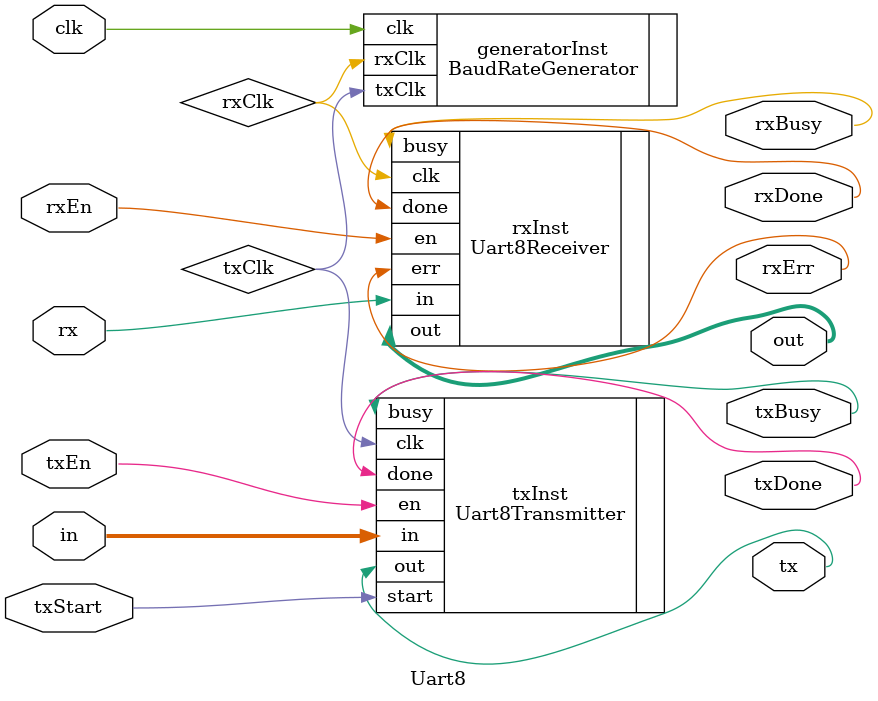
<source format=v>
`include "BaudRateGenerator.v"
`include "Uart8Receiver.v"
`include "Uart8Transmitter.v"

/*
 * Simple 8-bit UART realization
 *
 * Able to transmit and receive 8 bits of serial data, one start bit,
 *   one stop bit
 */
module Uart8 #(
    parameter CLOCK_RATE   = 100000000, // board clock (default 100MHz)
    parameter BAUD_RATE    = 9600,
    parameter TURBO_FRAMES = 0          // see Uart8Transmitter
)(
    input wire clk, // board clock (*note: at the {CLOCK_RATE} rate)

    // rx interface
    input wire rxEn,
    input wire rx,
    output wire rxBusy,
    output wire rxDone,
    output wire rxErr,
    output wire [7:0] out,

    // tx interface
    input wire txEn,
    input wire txStart,
    input wire [7:0] in,
    output wire txBusy,
    output wire txDone,
    output wire tx
);

// this value cannot be changed in the current implementation
localparam RX_OVERSAMPLE_RATE = 16;

wire rxClk;
wire txClk;

BaudRateGenerator #(
    .CLOCK_RATE(CLOCK_RATE),
    .BAUD_RATE(BAUD_RATE),
    .RX_OVERSAMPLE_RATE(RX_OVERSAMPLE_RATE)
) generatorInst (
    .clk(clk),
    .rxClk(rxClk),
    .txClk(txClk)
);

Uart8Receiver rxInst (
    .clk(rxClk),
    .en(rxEn),
    .in(rx),
    .busy(rxBusy),
    .done(rxDone),
    .err(rxErr),
    .out(out)
);

Uart8Transmitter #(
    .TURBO_FRAMES(TURBO_FRAMES)
) txInst (
    .clk(txClk),
    .en(txEn),
    .start(txStart),
    .in(in),
    .busy(txBusy),
    .done(txDone),
    .out(tx)
);

endmodule

</source>
